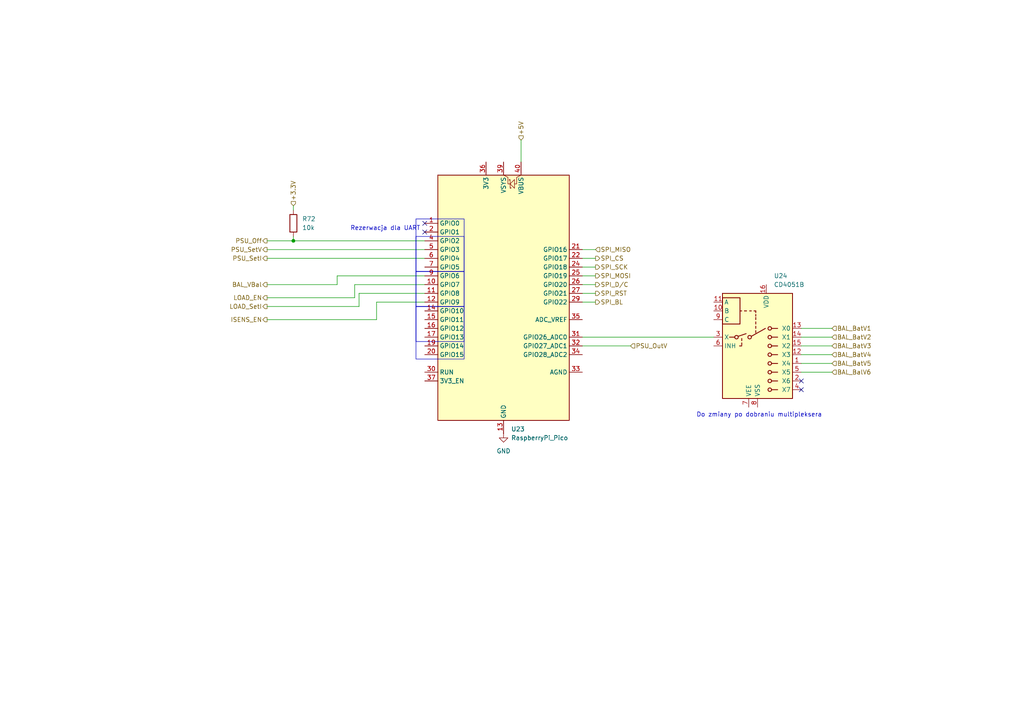
<source format=kicad_sch>
(kicad_sch (version 20231120) (generator "eeschema") (generator_version "8.0")
  (paper "A4")
  (lib_symbols
    (symbol "Analog_Switch:CD4051B"
      (property "Reference" "U" (at -10.16 16.51 0))
      (property "Value" "CD4051B" (at 3.81 16.51 0))
      (symbol "CD4051B_0_1"
        (rectangle (start -10.16 6.35) (end -5.08 13.97) (stroke (width 0.254)))
        (rectangle (start -10.16 15.24) (end 10.16 -15.24) (stroke (width 0.254)) (fill (type background)))
        (circle (center -6.096 2.54) (radius 0.508) (stroke (width 0.254)))
        (circle (center -2.286 2.54) (radius 0.508) (stroke (width 0.254)))
        (polyline (pts (xy -8.128 2.54) (xy -6.604 2.54)) (stroke (width 0.254)))
        (polyline (pts (xy -5.588 2.794) (xy -3.302 3.556)) (stroke (width 0.254)))
        (polyline (pts (xy -4.572 0) (xy -5.207 0)) (stroke (width 0.254)))
        (polyline (pts (xy -4.572 0.254) (xy -4.572 0.889)) (stroke (width 0.254)))
        (polyline (pts (xy -4.572 1.524) (xy -4.572 2.159)) (stroke (width 0.254)))
        (polyline (pts (xy -4.572 10.16) (xy -5.08 10.16)) (stroke (width 0.254)))
        (polyline (pts (xy -3.81 10.16) (xy -3.175 10.16)) (stroke (width 0.254)))
        (polyline (pts (xy -1.778 2.794) (xy 2.286 5.08)) (stroke (width 0.254)))
        (polyline (pts (xy -1.778 10.16) (xy -2.286 10.16)) (stroke (width 0.254)))
        (polyline (pts (xy -0.508 3.81) (xy -0.508 4.445)) (stroke (width 0.254)))
        (polyline (pts (xy -0.508 5.08) (xy -0.508 5.715)) (stroke (width 0.254)))
        (polyline (pts (xy -0.508 6.35) (xy -0.508 6.985)) (stroke (width 0.254)))
        (polyline (pts (xy -0.508 7.62) (xy -0.508 8.255)) (stroke (width 0.254)))
        (polyline (pts (xy -0.508 8.636) (xy -0.508 9.144)) (stroke (width 0.254)))
        (polyline (pts (xy -0.508 9.652) (xy -0.508 10.16)) (stroke (width 0.254)))
        (polyline (pts (xy -0.508 10.16) (xy -1.016 10.16)) (stroke (width 0.254)))
        (polyline (pts (xy 4.064 -12.7) (xy 5.842 -12.7)) (stroke (width 0.254)))
        (polyline (pts (xy 4.064 -10.16) (xy 5.842 -10.16)) (stroke (width 0.254)))
        (polyline (pts (xy 4.064 -7.62) (xy 5.842 -7.62)) (stroke (width 0.254)))
        (polyline (pts (xy 4.064 -5.08) (xy 5.842 -5.08)) (stroke (width 0.254)))
        (polyline (pts (xy 4.064 -2.54) (xy 5.842 -2.54)) (stroke (width 0.254)))
        (polyline (pts (xy 4.064 0) (xy 5.842 0)) (stroke (width 0.254)))
        (polyline (pts (xy 4.064 2.54) (xy 5.842 2.54)) (stroke (width 0.254)))
        (polyline (pts (xy 4.064 5.08) (xy 5.842 5.08)) (stroke (width 0.254)))
        (circle (center 3.556 -12.7) (radius 0.508) (stroke (width 0.254)))
        (circle (center 3.556 -10.16) (radius 0.508) (stroke (width 0.254)))
        (circle (center 3.556 -7.62) (radius 0.508) (stroke (width 0.254)))
        (circle (center 3.556 -5.08) (radius 0.508) (stroke (width 0.254)))
        (circle (center 3.556 -2.54) (radius 0.508) (stroke (width 0.254)))
        (circle (center 3.556 0) (radius 0.508) (stroke (width 0.254)))
        (circle (center 3.556 2.54) (radius 0.508) (stroke (width 0.254)))
        (circle (center 3.556 5.08) (radius 0.508) (stroke (width 0.254)))
      )
      (symbol "CD4051B_1_1"
        (pin bidirectional line (at 12.7 -5.08 180) (length 2.54) (name "X4") (number "1"))
        (pin input line (at -12.7 10.16 0) (length 2.54) (name "B") (number "10"))
        (pin input line (at -12.7 12.7 0) (length 2.54) (name "A") (number "11"))
        (pin bidirectional line (at 12.7 -2.54 180) (length 2.54) (name "X3") (number "12"))
        (pin bidirectional line (at 12.7 5.08 180) (length 2.54) (name "X0") (number "13"))
        (pin bidirectional line (at 12.7 2.54 180) (length 2.54) (name "X1") (number "14"))
        (pin bidirectional line (at 12.7 0 180) (length 2.54) (name "X2") (number "15"))
        (pin power_in line (at 2.54 17.78 270) (length 2.54) (name "VDD") (number "16"))
        (pin bidirectional line (at 12.7 -10.16 180) (length 2.54) (name "X6") (number "2"))
        (pin bidirectional line (at -12.7 2.54 0) (length 2.54) (name "X") (number "3"))
        (pin bidirectional line (at 12.7 -12.7 180) (length 2.54) (name "X7") (number "4"))
        (pin bidirectional line (at 12.7 -7.62 180) (length 2.54) (name "X5") (number "5"))
        (pin input line (at -12.7 0 0) (length 2.54) (name "INH") (number "6"))
        (pin power_in line (at -2.54 -17.78 90) (length 2.54) (name "VEE") (number "7"))
        (pin power_in line (at 0 -17.78 90) (length 2.54) (name "VSS") (number "8"))
        (pin input line (at -12.7 7.62 0) (length 2.54) (name "C") (number "9"))
      )
    )
    (symbol "Device:R" (pin_numbers hide) (pin_names (offset 0))
      (property "Reference" "R" (at 2.032 0 90))
      (property "Value" "R" (at 0 0 90))
      (symbol "R_0_1"
        (rectangle (start -1.016 -2.54) (end 1.016 2.54) (stroke (width 0.254)))
      )
      (symbol "R_1_1"
        (pin passive line (at 0 3.81 270) (length 1.27) (name "~") (number "1"))
        (pin passive line (at 0 -3.81 90) (length 1.27) (name "~") (number "2"))
      )
    )
    (symbol "MCU_Module_RaspberryPi_Pico:RaspberryPi_Pico"
      (property "Reference" "U" (at -19.05 38.1 0))
      (property "Value" "RaspberryPi_Pico" (at 7.62 38.1 0))
      (symbol "RaspberryPi_Pico_0_1"
        (rectangle (start -19.05 36.83) (end 19.05 -34.29) (stroke (width 0.254)) (fill (type background)))
        (polyline (pts (xy 0 36.83) (xy 1.27 36.195) (xy 1.27 34.29) (xy 1.905 34.29)))
        (polyline (pts (xy 1.905 34.29) (xy 3.175 35.56) (xy 3.175 33.02) (xy 1.905 34.29)))
        (polyline (pts (xy 5.08 36.83) (xy 3.81 36.195) (xy 3.81 34.29) (xy 3.175 34.29)))
        (polyline (pts (xy 1.651 35.306) (xy 1.651 35.56) (xy 1.905 35.56) (xy 1.905 33.02) (xy 2.159 33.02) (xy 2.159 33.274)))
      )
      (symbol "RaspberryPi_Pico_1_1"
        (pin bidirectional line (at -22.86 22.86 0) (length 3.81) (name "GPIO0") (number "1"))
        (pin bidirectional line (at -22.86 5.08 0) (length 3.81) (name "GPIO7") (number "10"))
        (pin bidirectional line (at -22.86 2.54 0) (length 3.81) (name "GPIO8") (number "11"))
        (pin bidirectional line (at -22.86 0 0) (length 3.81) (name "GPIO9") (number "12"))
        (pin power_out line (at 0 -38.1 90) (length 3.81) (name "GND") (number "13"))
        (pin bidirectional line (at -22.86 -2.54 0) (length 3.81) (name "GPIO10") (number "14"))
        (pin bidirectional line (at -22.86 -5.08 0) (length 3.81) (name "GPIO11") (number "15"))
        (pin bidirectional line (at -22.86 -7.62 0) (length 3.81) (name "GPIO12") (number "16"))
        (pin bidirectional line (at -22.86 -10.16 0) (length 3.81) (name "GPIO13") (number "17"))
        (pin passive line (at 0 -38.1 90) (length 3.81) hide (name "GND") (number "18"))
        (pin bidirectional line (at -22.86 -12.7 0) (length 3.81) (name "GPIO14") (number "19"))
        (pin bidirectional line (at -22.86 20.32 0) (length 3.81) (name "GPIO1") (number "2"))
        (pin bidirectional line (at -22.86 -15.24 0) (length 3.81) (name "GPIO15") (number "20"))
        (pin bidirectional line (at 22.86 15.24 180) (length 3.81) (name "GPIO16") (number "21"))
        (pin bidirectional line (at 22.86 12.7 180) (length 3.81) (name "GPIO17") (number "22"))
        (pin passive line (at 0 -38.1 90) (length 3.81) hide (name "GND") (number "23"))
        (pin bidirectional line (at 22.86 10.16 180) (length 3.81) (name "GPIO18") (number "24"))
        (pin bidirectional line (at 22.86 7.62 180) (length 3.81) (name "GPIO19") (number "25"))
        (pin bidirectional line (at 22.86 5.08 180) (length 3.81) (name "GPIO20") (number "26"))
        (pin bidirectional line (at 22.86 2.54 180) (length 3.81) (name "GPIO21") (number "27"))
        (pin passive line (at 0 -38.1 90) (length 3.81) hide (name "GND") (number "28"))
        (pin bidirectional line (at 22.86 0 180) (length 3.81) (name "GPIO22") (number "29"))
        (pin passive line (at 0 -38.1 90) (length 3.81) hide (name "GND") (number "3"))
        (pin input line (at -22.86 -20.32 0) (length 3.81) (name "RUN") (number "30"))
        (pin bidirectional line (at 22.86 -10.16 180) (length 3.81) (name "GPIO26_ADC0") (number "31"))
        (pin bidirectional line (at 22.86 -12.7 180) (length 3.81) (name "GPIO27_ADC1") (number "32"))
        (pin power_in line (at 22.86 -20.32 180) (length 3.81) (name "AGND") (number "33"))
        (pin bidirectional line (at 22.86 -15.24 180) (length 3.81) (name "GPIO28_ADC2") (number "34"))
        (pin power_in line (at 22.86 -5.08 180) (length 3.81) (name "ADC_VREF") (number "35"))
        (pin power_out line (at -5.08 40.64 270) (length 3.81) (name "3V3") (number "36"))
        (pin input line (at -22.86 -22.86 0) (length 3.81) (name "3V3_EN") (number "37"))
        (pin passive line (at 0 -38.1 90) (length 3.81) hide (name "GND") (number "38"))
        (pin power_in line (at 0 40.64 270) (length 3.81) (name "VSYS") (number "39"))
        (pin bidirectional line (at -22.86 17.78 0) (length 3.81) (name "GPIO2") (number "4"))
        (pin power_out line (at 5.08 40.64 270) (length 3.81) (name "VBUS") (number "40"))
        (pin bidirectional line (at -22.86 15.24 0) (length 3.81) (name "GPIO3") (number "5"))
        (pin bidirectional line (at -22.86 12.7 0) (length 3.81) (name "GPIO4") (number "6"))
        (pin bidirectional line (at -22.86 10.16 0) (length 3.81) (name "GPIO5") (number "7"))
        (pin passive line (at 0 -38.1 90) (length 3.81) hide (name "GND") (number "8"))
        (pin bidirectional line (at -22.86 7.62 0) (length 3.81) (name "GPIO6") (number "9"))
      )
    )
    (symbol "power:GND" (power) (pin_numbers hide) (pin_names (offset 0) hide)
      (property "Value" "GND" (at 0 -3.81 0))
      (symbol "GND_0_1"
        (polyline (pts (xy 0 0) (xy 0 -1.27) (xy 1.27 -1.27) (xy 0 -2.54) (xy -1.27 -1.27) (xy 0 -1.27)))
      )
      (symbol "GND_1_1"
        (pin power_in line (at 0 0 270) (length 0) (name "~") (number "1"))
      )
    )
  )
  (junction (at 85.09 69.85))
  (no_connect (at 123.19 67.31))
  (no_connect (at 232.41 113.03))
  (no_connect (at 123.19 64.77))
  (no_connect (at 232.41 110.49))
  (no_connect (at 307.34 74.93))
  (wire (pts (xy 232.41 102.87) (xy 241.3 102.87)))
  (wire (pts (xy 109.22 92.71) (xy 109.22 87.63)))
  (wire (pts (xy 102.87 86.36) (xy 102.87 82.55)))
  (wire (pts (xy 168.91 85.09) (xy 172.72 85.09)))
  (wire (pts (xy 85.09 59.69) (xy 85.09 60.96)))
  (wire (pts (xy 168.91 82.55) (xy 172.72 82.55)))
  (wire (pts (xy 77.47 88.9) (xy 104.14 88.9)))
  (wire (pts (xy 97.79 82.55) (xy 97.79 80.01)))
  (wire (pts (xy 172.72 74.93) (xy 168.91 74.93)))
  (wire (pts (xy 232.41 107.95) (xy 241.3 107.95)))
  (wire (pts (xy 232.41 97.79) (xy 241.3 97.79)))
  (wire (pts (xy 85.09 68.58) (xy 85.09 69.85)))
  (wire (pts (xy 77.47 86.36) (xy 102.87 86.36)))
  (wire (pts (xy 232.41 95.25) (xy 241.3 95.25)))
  (wire (pts (xy 77.47 82.55) (xy 97.79 82.55)))
  (wire (pts (xy 77.47 74.93) (xy 123.19 74.93)))
  (wire (pts (xy 232.41 100.33) (xy 241.3 100.33)))
  (wire (pts (xy 109.22 87.63) (xy 123.19 87.63)))
  (wire (pts (xy 77.47 72.39) (xy 123.19 72.39)))
  (wire (pts (xy 85.09 69.85) (xy 123.19 69.85)))
  (wire (pts (xy 172.72 77.47) (xy 168.91 77.47)))
  (wire (pts (xy 102.87 82.55) (xy 123.19 82.55)))
  (wire (pts (xy 168.91 80.01) (xy 172.72 80.01)))
  (wire (pts (xy 77.47 69.85) (xy 85.09 69.85)))
  (wire (pts (xy 168.91 100.33) (xy 182.88 100.33)))
  (wire (pts (xy 151.13 40.64) (xy 151.13 46.99)))
  (wire (pts (xy 77.47 92.71) (xy 109.22 92.71)))
  (wire (pts (xy 168.91 72.39) (xy 172.72 72.39)))
  (wire (pts (xy 168.91 87.63) (xy 172.72 87.63)))
  (wire (pts (xy 104.14 85.09) (xy 123.19 85.09)))
  (wire (pts (xy 97.79 80.01) (xy 123.19 80.01)))
  (wire (pts (xy 104.14 88.9) (xy 104.14 85.09)))
  (wire (pts (xy 168.91 97.79) (xy 207.01 97.79)))
  (wire (pts (xy 232.41 105.41) (xy 241.3 105.41)))
  (rectangle (start 120.65 78.74) (end 134.62 88.9))
  (rectangle (start 120.65 68.58) (end 134.62 78.74))
  (rectangle (start 120.65 88.9) (end 134.62 99.06))
  (rectangle (start 120.65 63.5) (end 134.62 104.14))
  (text "Rezerwacja dla UART" (at 111.76 66.294 0) (effects (font (size 1.27 1.27))))
  (text "Do zmiany po dobraniu multipleksera" (at 220.218 120.396 0) (effects (font (size 1.27 1.27))))
  (hierarchical_label "SPI_CS" (shape output) (at 172.72 74.93 0))
  (hierarchical_label "SPI_D{slash}C" (shape output) (at 172.72 82.55 0))
  (hierarchical_label "SPI_MOSI" (shape output) (at 172.72 80.01 0))
  (hierarchical_label "BAL_BatV1" (shape input) (at 241.3 95.25 0))
  (hierarchical_label "LOAD_EN" (shape output) (at 77.47 86.36 180))
  (hierarchical_label "BAL_BatV3" (shape input) (at 241.3 100.33 0))
  (hierarchical_label "BAL_BatV4" (shape input) (at 241.3 102.87 0))
  (hierarchical_label "PSU_OutV" (shape input) (at 182.88 100.33 0))
  (hierarchical_label "+5V" (shape input) (at 151.13 40.64 90))
  (hierarchical_label "BAL_BatV2" (shape input) (at 241.3 97.79 0))
  (hierarchical_label "BAL_BatV5" (shape input) (at 241.3 105.41 0))
  (hierarchical_label "BAL_VBal" (shape output) (at 77.47 82.55 180))
  (hierarchical_label "ISENS_EN" (shape output) (at 77.47 92.71 180))
  (hierarchical_label "SPI_RST" (shape output) (at 172.72 85.09 0))
  (hierarchical_label "PSU_SetV" (shape output) (at 77.47 72.39 180))
  (hierarchical_label "SPI_BL" (shape output) (at 172.72 87.63 0))
  (hierarchical_label "SPI_MISO" (shape input) (at 172.72 72.39 0))
  (hierarchical_label "+3.3V" (shape input) (at 85.09 59.69 90))
  (hierarchical_label "PSU_SetI" (shape output) (at 77.47 74.93 180))
  (hierarchical_label "LOAD_SetI" (shape output) (at 77.47 88.9 180))
  (hierarchical_label "SPI_SCK" (shape output) (at 172.72 77.47 0))
  (hierarchical_label "BAL_BalV6" (shape input) (at 241.3 107.95 0))
  (hierarchical_label "PSU_Off" (shape output) (at 77.47 69.85 180))
  (symbol (lib_id "Analog_Switch:CD4051B") (at 219.71 100.33 0) (unit 1)
    (property "Reference" "U24" (at 224.4441 80.01 0) (effects (justify left)))
    (property "Value" "CD4051B" (at 224.4441 82.55 0) (effects (justify left)))
    (property "Datasheet" "http://www.ti.com/lit/ds/symlink/cd4052b.pdf" (effects (hide yes)))
    (property "Description" "CMOS single 8-channel analog multiplexer demultiplexer, TSSOP-16/DIP-16/SOIC-16" (effects (hide yes)))
  )
  (symbol (lib_id "power:GND") (at 146.05 125.73 0) (unit 1)
    (property "Reference" "#PWR063" (effects (hide yes)))
    (property "Value" "GND" (at 146.05 130.81 0))
    (property "Description" "Power symbol creates a global label with name \"GND\" , ground" (effects (hide yes)))
  )
  (symbol (lib_id "Device:R") (at 85.09 64.77 0) (unit 1)
    (property "Reference" "R72" (at 87.63 63.4999 0) (effects (justify left)))
    (property "Value" "10k" (at 87.63 66.0399 0) (effects (justify left)))
    (property "Description" "Resistor" (effects (hide yes)))
  )
  (symbol (lib_id "MCU_Module_RaspberryPi_Pico:RaspberryPi_Pico") (at 146.05 87.63 0) (unit 1)
    (property "Reference" "U23" (at 148.2441 124.46 0) (effects (justify left)))
    (property "Value" "RaspberryPi_Pico" (at 148.2441 127 0) (effects (justify left)))
    (property "Footprint" "Module_RaspberryPi_Pico:RaspberryPi_Pico_Common" (effects (hide yes)))
    (property "Datasheet" "https://datasheets.raspberrypi.com/pico/pico-datasheet.pdf" (effects (hide yes)))
    (property "Description" "Versatile and inexpensive microcontroller module (with full pinout for reflow soldering) powered by RP2040 dual-core Arm Cortex-M0+ processor up to 133 MHz, 264kB SRAM, 2MB QSPI flash" (effects (hide yes)))
  )
)
</source>
